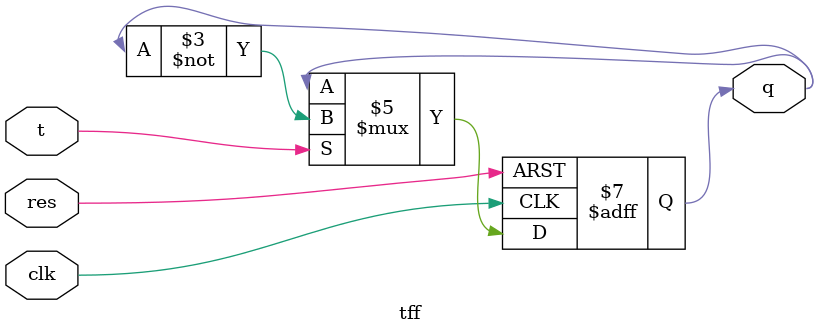
<source format=v>
module tff(
    input clk, res, t,
    output reg q
);

always @ (posedge clk or negedge res) 
begin
    if(!res) q <= 0;
    else 
        if(t)
            q <= ~q;
        else 
            q <= q;    

end
endmodule
</source>
